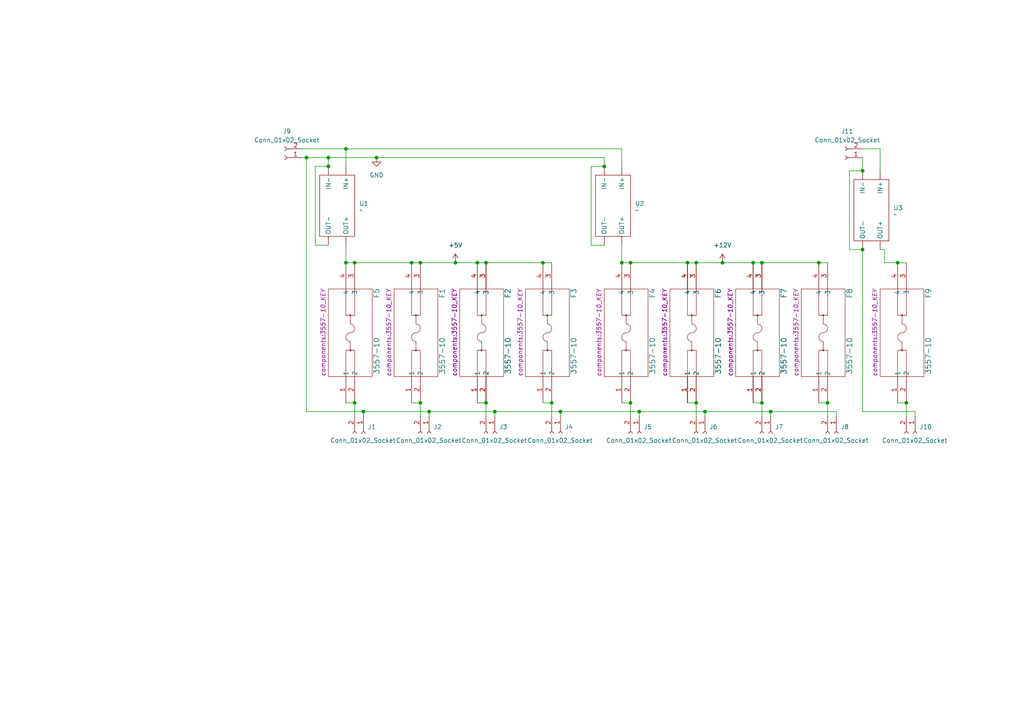
<source format=kicad_sch>
(kicad_sch (version 20231120) (generator "eeschema") (generator_version "8.0")
  (paper "A4")
  (lib_symbols
    (symbol "Connector:Conn_01x02_Socket" (pin_names (offset 1.016) hide)
      (property "Reference" "J" (at 0 2.54 0))
      (property "Value" "Conn_01x02_Socket" (at 0 -5.08 0))
      (symbol "Conn_01x02_Socket_1_1"
        (arc (start 0 -2.032) (mid -0.5058 -2.54) (end 0 -3.048) (stroke (width 0.1524)))
        (polyline (pts (xy -1.27 -2.54) (xy -0.508 -2.54)) (stroke (width 0.1524)))
        (polyline (pts (xy -1.27 0) (xy -0.508 0)) (stroke (width 0.1524)))
        (arc (start 0 0.508) (mid -0.5058 0) (end 0 -0.508) (stroke (width 0.1524)))
        (pin passive line (at -5.08 0 0) (length 3.81) (name "Pin_1") (number "1"))
        (pin passive line (at -5.08 -2.54 0) (length 3.81) (name "Pin_2") (number "2"))
      )
    )
    (symbol "XL4015E1_buck_converter_module_1"
      (property "Reference" "U" (at 0 0 0))
      (symbol "XL4015E1_buck_converter_module_1_0_1"
        (rectangle (start -8.89 5.08) (end 8.89 -5.08))
      )
      (symbol "XL4015E1_buck_converter_module_1_1_1"
        (pin input line (at -11.43 2.54 0) (length 2.54) (name "IN+") (number ""))
        (pin input line (at -11.43 -2.54 0) (length 2.54) (name "IN-") (number ""))
        (pin output line (at 11.43 2.54 180) (length 2.54) (name "OUT+") (number ""))
        (pin output line (at 11.43 -2.54 180) (length 2.54) (name "OUT-") (number ""))
      )
    )
    (symbol "XL4015E1_buck_converter_module_2"
      (property "Reference" "U" (at 0 0 0))
      (symbol "XL4015E1_buck_converter_module_2_0_1"
        (rectangle (start -8.89 5.08) (end 8.89 -5.08))
      )
      (symbol "XL4015E1_buck_converter_module_2_1_1"
        (pin input line (at -11.43 2.54 0) (length 2.54) (name "IN+") (number ""))
        (pin input line (at -11.43 -2.54 0) (length 2.54) (name "IN-") (number ""))
        (pin output line (at 11.43 2.54 180) (length 2.54) (name "OUT+") (number ""))
        (pin output line (at 11.43 -2.54 180) (length 2.54) (name "OUT-") (number ""))
      )
    )
    (symbol "fuse-keystone-3557-10:3557-10" (pin_names (offset 0.254))
      (property "Reference" "F" (at 20.32 10.16 0))
      (property "Value" "3557-10" (at 20.32 7.62 0))
      (symbol "3557-10_0_1"
        (polyline (pts (xy 7.62 -7.62) (xy 33.02 -7.62)) (stroke (width 0.127)))
        (polyline (pts (xy 7.62 -2.54) (xy 15.24 -2.54)) (stroke (width 0.127)))
        (polyline (pts (xy 7.62 0) (xy 15.24 0)) (stroke (width 0.127)))
        (polyline (pts (xy 7.62 5.08) (xy 7.62 -7.62)) (stroke (width 0.127)))
        (polyline (pts (xy 15.24 -1.27) (xy 17.78 -1.27)) (stroke (width 0.127)))
        (polyline (pts (xy 15.24 0) (xy 15.24 -2.54)) (stroke (width 0.127)))
        (polyline (pts (xy 22.86 -1.27) (xy 25.4 -1.27)) (stroke (width 0.127)))
        (polyline (pts (xy 25.4 -2.54) (xy 25.4 0)) (stroke (width 0.127)))
        (polyline (pts (xy 25.4 0) (xy 33.02 0)) (stroke (width 0.127)))
        (polyline (pts (xy 33.02 -7.62) (xy 33.02 5.08)) (stroke (width 0.127)))
        (polyline (pts (xy 33.02 -2.54) (xy 25.4 -2.54)) (stroke (width 0.127)))
        (polyline (pts (xy 33.02 5.08) (xy 7.62 5.08)) (stroke (width 0.127)))
        (circle (center 15.24 -1.27) (radius 0.127) (stroke (width 0.254)))
        (arc (start 20.32 -1.27) (mid 19.05 -0.0055) (end 17.78 -1.27) (stroke (width 0.127)))
        (arc (start 20.32 -1.27) (mid 21.59 -2.5344) (end 22.86 -1.27) (stroke (width 0.127)))
        (circle (center 25.4 -1.27) (radius 0.127) (stroke (width 0.254)))
        (pin unspecified line (at 0 0 0) (length 7.62) (name "1") (number "1"))
        (pin unspecified line (at 0 -2.54 0) (length 7.62) (name "2") (number "2"))
        (pin unspecified line (at 40.64 -2.54 180) (length 7.62) (name "3") (number "3"))
        (pin unspecified line (at 40.64 0 180) (length 7.62) (name "4") (number "4"))
      )
    )
    (symbol "fuseboard_lib:XL4015E1_buck_converter_module"
      (property "Reference" "U" (at 0 0 0))
      (symbol "XL4015E1_buck_converter_module_0_1"
        (rectangle (start -8.89 5.08) (end 8.89 -5.08))
      )
      (symbol "XL4015E1_buck_converter_module_1_1"
        (pin input line (at -11.43 2.54 0) (length 2.54) (name "IN+") (number ""))
        (pin input line (at -11.43 -2.54 0) (length 2.54) (name "IN-") (number ""))
        (pin output line (at 11.43 2.54 180) (length 2.54) (name "OUT+") (number ""))
        (pin output line (at 11.43 -2.54 180) (length 2.54) (name "OUT-") (number ""))
      )
    )
    (symbol "power:+12V" (power) (pin_numbers hide) (pin_names (offset 0) hide)
      (property "Value" "+12V" (at 0 3.556 0))
      (symbol "+12V_0_1"
        (polyline (pts (xy -0.762 1.27) (xy 0 2.54)))
        (polyline (pts (xy 0 0) (xy 0 2.54)))
        (polyline (pts (xy 0 2.54) (xy 0.762 1.27)))
      )
      (symbol "+12V_1_1"
        (pin power_in line (at 0 0 90) (length 0) (name "~") (number "1"))
      )
    )
    (symbol "power:+5V" (power) (pin_numbers hide) (pin_names (offset 0) hide)
      (property "Value" "+5V" (at 0 3.556 0))
      (symbol "+5V_0_1"
        (polyline (pts (xy -0.762 1.27) (xy 0 2.54)))
        (polyline (pts (xy 0 0) (xy 0 2.54)))
        (polyline (pts (xy 0 2.54) (xy 0.762 1.27)))
      )
      (symbol "+5V_1_1"
        (pin power_in line (at 0 0 90) (length 0) (name "~") (number "1"))
      )
    )
    (symbol "power:GND" (power) (pin_numbers hide) (pin_names (offset 0) hide)
      (property "Value" "GND" (at 0 -3.81 0))
      (symbol "GND_0_1"
        (polyline (pts (xy 0 0) (xy 0 -1.27) (xy 1.27 -1.27) (xy 0 -2.54) (xy -1.27 -1.27) (xy 0 -1.27)))
      )
      (symbol "GND_1_1"
        (pin power_in line (at 0 0 270) (length 0) (name "~") (number "1"))
      )
    )
  )
  (junction (at 138.43 76.2))
  (junction (at 182.88 76.2))
  (junction (at 199.39 76.2))
  (junction (at 102.87 76.2))
  (junction (at 182.88 116.84))
  (junction (at 121.92 76.2))
  (junction (at 124.46 119.38))
  (junction (at 250.19 72.39))
  (junction (at 162.56 119.38))
  (junction (at 140.97 116.84))
  (junction (at 140.97 76.2))
  (junction (at 175.26 48.26))
  (junction (at 180.34 76.2))
  (junction (at 185.42 119.38))
  (junction (at 201.93 116.84))
  (junction (at 220.98 76.2))
  (junction (at 100.33 43.18))
  (junction (at 95.25 45.72))
  (junction (at 240.03 116.84))
  (junction (at 260.35 76.2))
  (junction (at 209.55 76.2))
  (junction (at 132.08 76.2))
  (junction (at 201.93 76.2))
  (junction (at 218.44 76.2))
  (junction (at 143.51 119.38))
  (junction (at 95.25 48.26))
  (junction (at 109.22 45.72))
  (junction (at 121.92 116.84))
  (junction (at 157.48 76.2))
  (junction (at 160.02 116.84))
  (junction (at 105.41 119.38))
  (junction (at 100.33 76.2))
  (junction (at 102.87 116.84))
  (junction (at 262.89 116.84))
  (junction (at 223.52 119.38))
  (junction (at 204.47 119.38))
  (junction (at 250.19 49.53))
  (junction (at 220.98 116.84))
  (junction (at 88.9 45.72))
  (junction (at 237.49 76.2))
  (junction (at 119.38 76.2))
  (wire (pts (xy 138.43 76.2) (xy 140.97 76.2)))
  (wire (pts (xy 180.34 76.2) (xy 182.88 76.2)))
  (wire (pts (xy 185.42 119.38) (xy 204.47 119.38)))
  (wire (pts (xy 199.39 76.2) (xy 201.93 76.2)))
  (wire (pts (xy 242.57 120.65) (xy 242.57 119.38)))
  (wire (pts (xy 143.51 119.38) (xy 162.56 119.38)))
  (wire (pts (xy 88.9 119.38) (xy 105.41 119.38)))
  (wire (pts (xy 180.34 71.12) (xy 180.34 76.2)))
  (wire (pts (xy 88.9 45.72) (xy 88.9 119.38)))
  (wire (pts (xy 201.93 76.2) (xy 209.55 76.2)))
  (wire (pts (xy 140.97 116.84) (xy 138.43 116.84)))
  (wire (pts (xy 260.35 76.2) (xy 262.89 76.2)))
  (wire (pts (xy 256.54 76.2) (xy 260.35 76.2)))
  (wire (pts (xy 250.19 119.38) (xy 265.43 119.38)))
  (wire (pts (xy 250.19 49.53) (xy 250.19 45.72)))
  (wire (pts (xy 100.33 71.12) (xy 100.33 76.2)))
  (wire (pts (xy 140.97 116.84) (xy 140.97 120.65)))
  (wire (pts (xy 223.52 120.65) (xy 223.52 119.38)))
  (wire (pts (xy 171.45 48.26) (xy 175.26 48.26)))
  (wire (pts (xy 180.34 116.84) (xy 182.88 116.84)))
  (wire (pts (xy 175.26 48.26) (xy 175.26 45.72)))
  (wire (pts (xy 250.19 49.53) (xy 246.38 49.53)))
  (wire (pts (xy 95.25 45.72) (xy 95.25 48.26)))
  (wire (pts (xy 182.88 76.2) (xy 199.39 76.2)))
  (wire (pts (xy 119.38 76.2) (xy 121.92 76.2)))
  (wire (pts (xy 121.92 116.84) (xy 121.92 120.65)))
  (wire (pts (xy 95.25 45.72) (xy 109.22 45.72)))
  (wire (pts (xy 100.33 43.18) (xy 180.34 43.18)))
  (wire (pts (xy 199.39 116.84) (xy 201.93 116.84)))
  (wire (pts (xy 124.46 119.38) (xy 124.46 120.65)))
  (wire (pts (xy 209.55 76.2) (xy 218.44 76.2)))
  (wire (pts (xy 185.42 119.38) (xy 185.42 120.65)))
  (wire (pts (xy 171.45 71.12) (xy 171.45 48.26)))
  (wire (pts (xy 204.47 119.38) (xy 223.52 119.38)))
  (wire (pts (xy 132.08 76.2) (xy 138.43 76.2)))
  (wire (pts (xy 140.97 76.2) (xy 157.48 76.2)))
  (wire (pts (xy 95.25 71.12) (xy 91.44 71.12)))
  (wire (pts (xy 100.33 76.2) (xy 102.87 76.2)))
  (wire (pts (xy 105.41 119.38) (xy 124.46 119.38)))
  (wire (pts (xy 91.44 71.12) (xy 91.44 48.26)))
  (wire (pts (xy 91.44 48.26) (xy 95.25 48.26)))
  (wire (pts (xy 237.49 76.2) (xy 240.03 76.2)))
  (wire (pts (xy 102.87 116.84) (xy 100.33 116.84)))
  (wire (pts (xy 88.9 45.72) (xy 95.25 45.72)))
  (wire (pts (xy 180.34 48.26) (xy 180.34 43.18)))
  (wire (pts (xy 157.48 116.84) (xy 160.02 116.84)))
  (wire (pts (xy 250.19 72.39) (xy 250.19 119.38)))
  (wire (pts (xy 240.03 116.84) (xy 240.03 120.65)))
  (wire (pts (xy 204.47 119.38) (xy 204.47 120.65)))
  (wire (pts (xy 260.35 116.84) (xy 262.89 116.84)))
  (wire (pts (xy 87.63 43.18) (xy 100.33 43.18)))
  (wire (pts (xy 157.48 76.2) (xy 160.02 76.2)))
  (wire (pts (xy 162.56 119.38) (xy 185.42 119.38)))
  (wire (pts (xy 160.02 116.84) (xy 160.02 120.65)))
  (wire (pts (xy 246.38 72.39) (xy 250.19 72.39)))
  (wire (pts (xy 265.43 119.38) (xy 265.43 120.65)))
  (wire (pts (xy 220.98 76.2) (xy 237.49 76.2)))
  (wire (pts (xy 119.38 116.84) (xy 121.92 116.84)))
  (wire (pts (xy 102.87 76.2) (xy 119.38 76.2)))
  (wire (pts (xy 237.49 116.84) (xy 240.03 116.84)))
  (wire (pts (xy 121.92 76.2) (xy 132.08 76.2)))
  (wire (pts (xy 255.27 49.53) (xy 255.27 43.18)))
  (wire (pts (xy 262.89 116.84) (xy 262.89 120.65)))
  (wire (pts (xy 218.44 76.2) (xy 220.98 76.2)))
  (wire (pts (xy 246.38 49.53) (xy 246.38 72.39)))
  (wire (pts (xy 102.87 116.84) (xy 102.87 120.65)))
  (wire (pts (xy 201.93 116.84) (xy 201.93 120.65)))
  (wire (pts (xy 220.98 116.84) (xy 220.98 120.65)))
  (wire (pts (xy 109.22 45.72) (xy 175.26 45.72)))
  (wire (pts (xy 255.27 72.39) (xy 256.54 72.39)))
  (wire (pts (xy 100.33 48.26) (xy 100.33 43.18)))
  (wire (pts (xy 256.54 72.39) (xy 256.54 76.2)))
  (wire (pts (xy 223.52 119.38) (xy 242.57 119.38)))
  (wire (pts (xy 182.88 116.84) (xy 182.88 120.65)))
  (wire (pts (xy 87.63 45.72) (xy 88.9 45.72)))
  (wire (pts (xy 218.44 116.84) (xy 220.98 116.84)))
  (wire (pts (xy 162.56 119.38) (xy 162.56 120.65)))
  (wire (pts (xy 143.51 120.65) (xy 143.51 119.38)))
  (wire (pts (xy 124.46 119.38) (xy 143.51 119.38)))
  (wire (pts (xy 250.19 43.18) (xy 255.27 43.18)))
  (wire (pts (xy 175.26 71.12) (xy 171.45 71.12)))
  (wire (pts (xy 105.41 119.38) (xy 105.41 120.65)))
  (symbol (lib_id "fuse-keystone-3557-10:3557-10") (at 199.39 116.84 90) (unit 1)
    (property "Reference" "F6" (at 208.28 83.566 0) (effects (font (size 1.524 1.524)) (justify right)))
    (property "Value" "3557-10" (at 208.28 97.7899 0) (effects (font (size 1.524 1.524)) (justify right)))
    (property "Footprint" "components:3557-10_KEY" (at 192.786 96.52 0) (effects (font (italic yes))))
    (property "Datasheet" "3557-10" (effects (hide yes)))
  )
  (symbol (lib_id "Connector:Conn_01x02_Socket") (at 162.56 125.73 270) (unit 1)
    (property "Reference" "J4" (at 163.83 123.8249 90) (effects (justify left)))
    (property "Value" "Conn_01x02_Socket" (at 152.908 127.762 90) (effects (justify left)))
    (property "Footprint" "Connector_Molex:Molex_Mini-Fit_Jr_5569-02A2_2x01_P4.20mm_Horizontal" (effects (hide yes)))
    (property "Description" "Generic connector, single row, 01x02, script generated" (effects (hide yes)))
  )
  (symbol (lib_id "fuse-keystone-3557-10:3557-10") (at 119.38 116.84 90) (unit 1)
    (property "Reference" "F1" (at 128.27 83.566 0) (effects (font (size 1.524 1.524)) (justify right)))
    (property "Value" "3557-10" (at 128.27 97.7899 0) (effects (font (size 1.524 1.524)) (justify right)))
    (property "Footprint" "components:3557-10_KEY" (at 112.776 96.52 0) (effects (font (italic yes))))
    (property "Datasheet" "3557-10" (effects (hide yes)))
  )
  (symbol (lib_id "power:GND") (at 109.22 45.72 0) (unit 1)
    (property "Reference" "#PWR1" (effects (hide yes)))
    (property "Value" "GND" (at 109.22 50.8 0))
    (property "Description" "Power symbol creates a global label with name \"GND\" , ground" (effects (hide yes)))
  )
  (symbol (lib_id "Connector:Conn_01x02_Socket") (at 245.11 45.72 180) (unit 1)
    (property "Reference" "J11" (at 245.745 38.1 0))
    (property "Value" "Conn_01x02_Socket" (at 245.745 40.64 0))
    (property "Footprint" "Connector_AMASS:AMASS_XT30PW-M_1x02_P2.50mm_Horizontal" (effects (hide yes)))
    (property "Description" "Generic connector, single row, 01x02, script generated" (effects (hide yes)))
  )
  (symbol (lib_id "fuse-keystone-3557-10:3557-10") (at 138.43 116.84 90) (unit 1)
    (property "Reference" "F2" (at 147.32 83.566 0) (effects (font (size 1.524 1.524)) (justify right)))
    (property "Value" "3557-10" (at 147.32 97.7899 0) (effects (font (size 1.524 1.524)) (justify right)))
    (property "Footprint" "components:3557-10_KEY" (at 131.826 96.52 0) (effects (font (italic yes))))
    (property "Datasheet" "3557-10" (effects (hide yes)))
  )
  (symbol (lib_id "fuse-keystone-3557-10:3557-10") (at 100.33 116.84 90) (unit 1)
    (property "Reference" "F5" (at 109.22 83.566 0) (effects (font (size 1.524 1.524)) (justify right)))
    (property "Value" "3557-10" (at 109.22 97.7899 0) (effects (font (size 1.524 1.524)) (justify right)))
    (property "Footprint" "components:3557-10_KEY" (at 93.726 96.52 0) (effects (font (italic yes))))
    (property "Datasheet" "3557-10" (effects (hide yes)))
  )
  (symbol (lib_id "Connector:Conn_01x02_Socket") (at 223.52 125.73 270) (unit 1)
    (property "Reference" "J7" (at 224.79 123.8249 90) (effects (justify left)))
    (property "Value" "Conn_01x02_Socket" (at 213.868 127.762 90) (effects (justify left)))
    (property "Footprint" "Connector_Molex:Molex_Mini-Fit_Jr_5569-02A2_2x01_P4.20mm_Horizontal" (effects (hide yes)))
    (property "Description" "Generic connector, single row, 01x02, script generated" (effects (hide yes)))
  )
  (symbol (lib_id "fuseboard_lib:XL4015E1_buck_converter_module") (at 252.73 60.96 270) (unit 1)
    (property "Reference" "U3" (at 259.08 60.3249 90) (effects (justify left)))
    (property "Value" "~" (at 259.08 62.23 90) (effects (justify left)))
    (property "Footprint" "components:XL4015E1_buck_converter_module" (effects (hide yes)))
  )
  (symbol (lib_id "Connector:Conn_01x02_Socket") (at 204.47 125.73 270) (unit 1)
    (property "Reference" "J6" (at 205.74 123.8249 90) (effects (justify left)))
    (property "Value" "Conn_01x02_Socket" (at 194.818 127.762 90) (effects (justify left)))
    (property "Footprint" "Connector_Molex:Molex_Mini-Fit_Jr_5569-02A2_2x01_P4.20mm_Horizontal" (effects (hide yes)))
    (property "Description" "Generic connector, single row, 01x02, script generated" (effects (hide yes)))
  )
  (symbol (lib_name "XL4015E1_buck_converter_module_2") (lib_id "fuseboard_lib:XL4015E1_buck_converter_module") (at 177.8 59.69 270) (unit 1)
    (property "Reference" "U2" (at 184.15 59.0549 90) (effects (justify left)))
    (property "Value" "~" (at 184.15 60.96 90) (effects (justify left)))
    (property "Footprint" "components:XL4015E1_buck_converter_module" (effects (hide yes)))
  )
  (symbol (lib_id "fuse-keystone-3557-10:3557-10") (at 218.44 116.84 90) (unit 1)
    (property "Reference" "F7" (at 227.33 83.566 0) (effects (font (size 1.524 1.524)) (justify right)))
    (property "Value" "3557-10" (at 227.33 97.7899 0) (effects (font (size 1.524 1.524)) (justify right)))
    (property "Footprint" "components:3557-10_KEY" (at 211.836 96.52 0) (effects (font (italic yes))))
    (property "Datasheet" "3557-10" (effects (hide yes)))
  )
  (symbol (lib_id "power:+12V") (at 209.55 76.2 0) (unit 1)
    (property "Reference" "#PWR2" (effects (hide yes)))
    (property "Value" "+12V" (at 209.55 71.12 0))
    (property "Description" "Power symbol creates a global label with name \"+12V\"" (effects (hide yes)))
  )
  (symbol (lib_id "Connector:Conn_01x02_Socket") (at 242.57 125.73 270) (unit 1)
    (property "Reference" "J8" (at 243.84 123.8249 90) (effects (justify left)))
    (property "Value" "Conn_01x02_Socket" (at 232.918 127.762 90) (effects (justify left)))
    (property "Footprint" "Connector_Molex:Molex_Mini-Fit_Jr_5569-02A2_2x01_P4.20mm_Horizontal" (effects (hide yes)))
    (property "Description" "Generic connector, single row, 01x02, script generated" (effects (hide yes)))
  )
  (symbol (lib_id "Connector:Conn_01x02_Socket") (at 82.55 45.72 180) (unit 1)
    (property "Reference" "J9" (at 83.185 38.1 0))
    (property "Value" "Conn_01x02_Socket" (at 83.185 40.64 0))
    (property "Footprint" "Connector_AMASS:AMASS_XT30PW-M_1x02_P2.50mm_Horizontal" (effects (hide yes)))
    (property "Description" "Generic connector, single row, 01x02, script generated" (effects (hide yes)))
  )
  (symbol (lib_id "Connector:Conn_01x02_Socket") (at 105.41 125.73 270) (unit 1)
    (property "Reference" "J1" (at 106.68 123.8249 90) (effects (justify left)))
    (property "Value" "Conn_01x02_Socket" (at 95.758 127.762 90) (effects (justify left)))
    (property "Footprint" "Connector_Molex:Molex_Mini-Fit_Jr_5569-02A2_2x01_P4.20mm_Horizontal" (effects (hide yes)))
    (property "Description" "Generic connector, single row, 01x02, script generated" (effects (hide yes)))
  )
  (symbol (lib_id "fuse-keystone-3557-10:3557-10") (at 157.48 116.84 90) (unit 1)
    (property "Reference" "F3" (at 166.37 83.566 0) (effects (font (size 1.524 1.524)) (justify right)))
    (property "Value" "3557-10" (at 166.37 97.7899 0) (effects (font (size 1.524 1.524)) (justify right)))
    (property "Footprint" "components:3557-10_KEY" (at 150.876 96.52 0) (effects (font (italic yes))))
    (property "Datasheet" "3557-10" (effects (hide yes)))
  )
  (symbol (lib_id "Connector:Conn_01x02_Socket") (at 143.51 125.73 270) (unit 1)
    (property "Reference" "J3" (at 144.78 123.8249 90) (effects (justify left)))
    (property "Value" "Conn_01x02_Socket" (at 133.858 127.762 90) (effects (justify left)))
    (property "Footprint" "Connector_Molex:Molex_Mini-Fit_Jr_5569-02A2_2x01_P4.20mm_Horizontal" (effects (hide yes)))
    (property "Description" "Generic connector, single row, 01x02, script generated" (effects (hide yes)))
  )
  (symbol (lib_id "fuse-keystone-3557-10:3557-10") (at 180.34 116.84 90) (unit 1)
    (property "Reference" "F4" (at 189.23 83.566 0) (effects (font (size 1.524 1.524)) (justify right)))
    (property "Value" "3557-10" (at 189.23 97.7899 0) (effects (font (size 1.524 1.524)) (justify right)))
    (property "Footprint" "components:3557-10_KEY" (at 173.736 96.52 0) (effects (font (italic yes))))
    (property "Datasheet" "3557-10" (effects (hide yes)))
  )
  (symbol (lib_id "Connector:Conn_01x02_Socket") (at 185.42 125.73 270) (unit 1)
    (property "Reference" "J5" (at 186.69 123.8249 90) (effects (justify left)))
    (property "Value" "Conn_01x02_Socket" (at 175.768 127.762 90) (effects (justify left)))
    (property "Footprint" "Connector_Molex:Molex_Mini-Fit_Jr_5569-02A2_2x01_P4.20mm_Horizontal" (effects (hide yes)))
    (property "Description" "Generic connector, single row, 01x02, script generated" (effects (hide yes)))
  )
  (symbol (lib_name "XL4015E1_buck_converter_module_1") (lib_id "fuseboard_lib:XL4015E1_buck_converter_module") (at 97.79 59.69 270) (unit 1)
    (property "Reference" "U1" (at 104.14 59.0549 90) (effects (justify left)))
    (property "Value" "~" (at 104.14 60.96 90) (effects (justify left)))
    (property "Footprint" "components:XL4015E1_buck_converter_module" (effects (hide yes)))
  )
  (symbol (lib_id "Connector:Conn_01x02_Socket") (at 265.43 125.73 270) (unit 1)
    (property "Reference" "J10" (at 266.7 123.8249 90) (effects (justify left)))
    (property "Value" "Conn_01x02_Socket" (at 255.778 127.762 90) (effects (justify left)))
    (property "Footprint" "Connector_Molex:Molex_Mini-Fit_Jr_5569-02A2_2x01_P4.20mm_Horizontal" (effects (hide yes)))
    (property "Description" "Generic connector, single row, 01x02, script generated" (effects (hide yes)))
  )
  (symbol (lib_id "fuse-keystone-3557-10:3557-10") (at 260.35 116.84 90) (unit 1)
    (property "Reference" "F9" (at 269.24 83.566 0) (effects (font (size 1.524 1.524)) (justify right)))
    (property "Value" "3557-10" (at 269.24 97.7899 0) (effects (font (size 1.524 1.524)) (justify right)))
    (property "Footprint" "components:3557-10_KEY" (at 253.746 96.52 0) (effects (font (italic yes))))
    (property "Datasheet" "3557-10" (effects (hide yes)))
  )
  (symbol (lib_id "Connector:Conn_01x02_Socket") (at 124.46 125.73 270) (unit 1)
    (property "Reference" "J2" (at 125.73 123.8249 90) (effects (justify left)))
    (property "Value" "Conn_01x02_Socket" (at 114.808 127.762 90) (effects (justify left)))
    (property "Footprint" "Connector_Molex:Molex_Mini-Fit_Jr_5569-02A2_2x01_P4.20mm_Horizontal" (effects (hide yes)))
    (property "Description" "Generic connector, single row, 01x02, script generated" (effects (hide yes)))
  )
  (symbol (lib_id "power:+5V") (at 132.08 76.2 0) (unit 1)
    (property "Reference" "#PWR3" (effects (hide yes)))
    (property "Value" "+5V" (at 132.08 71.12 0))
    (property "Description" "Power symbol creates a global label with name \"+5V\"" (effects (hide yes)))
  )
  (symbol (lib_id "fuse-keystone-3557-10:3557-10") (at 237.49 116.84 90) (unit 1)
    (property "Reference" "F8" (at 246.38 83.566 0) (effects (font (size 1.524 1.524)) (justify right)))
    (property "Value" "3557-10" (at 246.38 97.7899 0) (effects (font (size 1.524 1.524)) (justify right)))
    (property "Footprint" "components:3557-10_KEY" (at 230.886 96.52 0) (effects (font (italic yes))))
    (property "Datasheet" "3557-10" (effects (hide yes)))
  )
)
</source>
